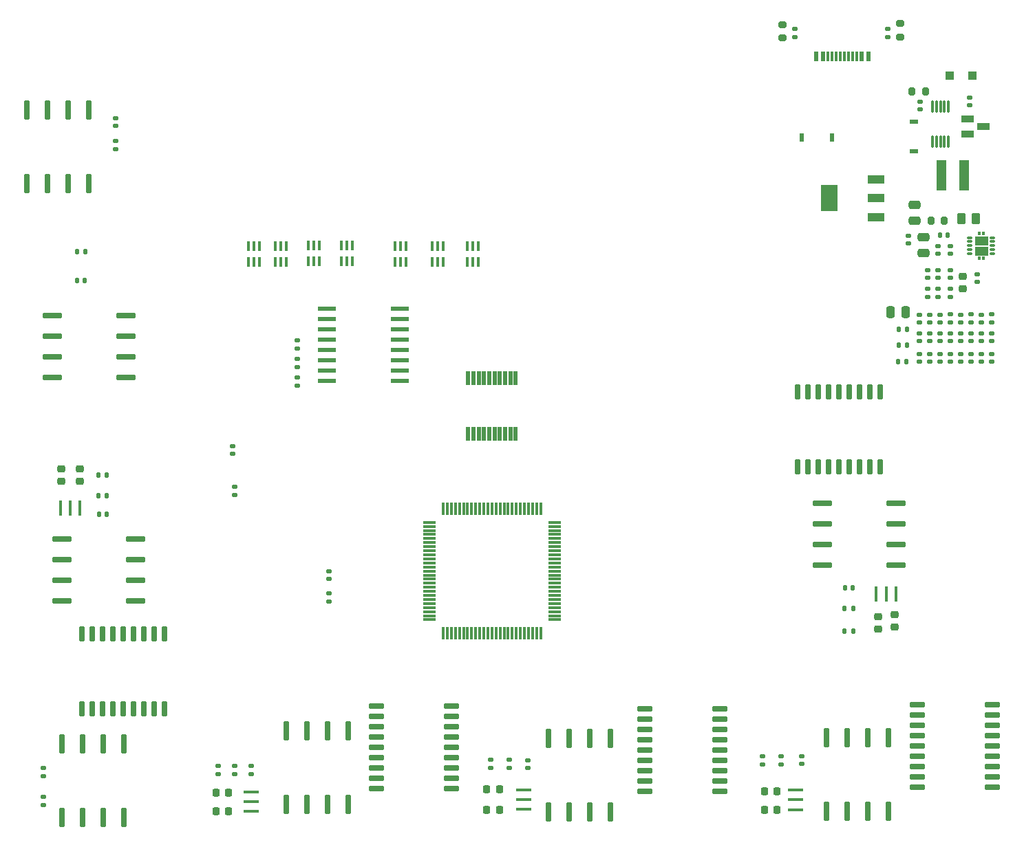
<source format=gbr>
%TF.GenerationSoftware,KiCad,Pcbnew,7.0.7*%
%TF.CreationDate,2024-05-23T09:45:07-07:00*%
%TF.ProjectId,Motor Programmer Rev. 2,4d6f746f-7220-4507-926f-6772616d6d65,rev?*%
%TF.SameCoordinates,Original*%
%TF.FileFunction,Paste,Top*%
%TF.FilePolarity,Positive*%
%FSLAX46Y46*%
G04 Gerber Fmt 4.6, Leading zero omitted, Abs format (unit mm)*
G04 Created by KiCad (PCBNEW 7.0.7) date 2024-05-23 09:45:07*
%MOMM*%
%LPD*%
G01*
G04 APERTURE LIST*
G04 Aperture macros list*
%AMRoundRect*
0 Rectangle with rounded corners*
0 $1 Rounding radius*
0 $2 $3 $4 $5 $6 $7 $8 $9 X,Y pos of 4 corners*
0 Add a 4 corners polygon primitive as box body*
4,1,4,$2,$3,$4,$5,$6,$7,$8,$9,$2,$3,0*
0 Add four circle primitives for the rounded corners*
1,1,$1+$1,$2,$3*
1,1,$1+$1,$4,$5*
1,1,$1+$1,$6,$7*
1,1,$1+$1,$8,$9*
0 Add four rect primitives between the rounded corners*
20,1,$1+$1,$2,$3,$4,$5,0*
20,1,$1+$1,$4,$5,$6,$7,0*
20,1,$1+$1,$6,$7,$8,$9,0*
20,1,$1+$1,$8,$9,$2,$3,0*%
G04 Aperture macros list end*
%ADD10C,0.010000*%
%ADD11RoundRect,0.140000X0.170000X-0.140000X0.170000X0.140000X-0.170000X0.140000X-0.170000X-0.140000X0*%
%ADD12RoundRect,0.050000X0.150000X-0.545000X0.150000X0.545000X-0.150000X0.545000X-0.150000X-0.545000X0*%
%ADD13R,2.150000X1.000000*%
%ADD14R,2.150000X3.250000*%
%ADD15RoundRect,0.135000X-0.135000X-0.185000X0.135000X-0.185000X0.135000X0.185000X-0.135000X0.185000X0*%
%ADD16RoundRect,0.140000X0.140000X0.170000X-0.140000X0.170000X-0.140000X-0.170000X0.140000X-0.170000X0*%
%ADD17RoundRect,0.225000X-0.250000X0.225000X-0.250000X-0.225000X0.250000X-0.225000X0.250000X0.225000X0*%
%ADD18RoundRect,0.200000X-0.200000X-0.275000X0.200000X-0.275000X0.200000X0.275000X-0.200000X0.275000X0*%
%ADD19RoundRect,0.140000X-0.170000X0.140000X-0.170000X-0.140000X0.170000X-0.140000X0.170000X0.140000X0*%
%ADD20RoundRect,0.028800X-0.211200X0.821200X-0.211200X-0.821200X0.211200X-0.821200X0.211200X0.821200X0*%
%ADD21RoundRect,0.075000X-0.880000X-0.225000X0.880000X-0.225000X0.880000X0.225000X-0.880000X0.225000X0*%
%ADD22RoundRect,0.051200X0.268800X-1.118800X0.268800X1.118800X-0.268800X1.118800X-0.268800X-1.118800X0*%
%ADD23RoundRect,0.140000X-0.140000X-0.170000X0.140000X-0.170000X0.140000X0.170000X-0.140000X0.170000X0*%
%ADD24RoundRect,0.225000X0.225000X0.250000X-0.225000X0.250000X-0.225000X-0.250000X0.225000X-0.250000X0*%
%ADD25RoundRect,0.051200X-0.268800X1.118800X-0.268800X-1.118800X0.268800X-1.118800X0.268800X1.118800X0*%
%ADD26RoundRect,0.075000X0.225000X-0.880000X0.225000X0.880000X-0.225000X0.880000X-0.225000X-0.880000X0*%
%ADD27R,1.041400X0.584200*%
%ADD28RoundRect,0.250000X0.250000X0.475000X-0.250000X0.475000X-0.250000X-0.475000X0.250000X-0.475000X0*%
%ADD29R,1.003300X0.990600*%
%ADD30RoundRect,0.035000X-0.105000X0.700000X-0.105000X-0.700000X0.105000X-0.700000X0.105000X0.700000X0*%
%ADD31RoundRect,0.135000X0.135000X0.185000X-0.135000X0.185000X-0.135000X-0.185000X0.135000X-0.185000X0*%
%ADD32R,1.600200X0.863600*%
%ADD33R,1.900000X0.400000*%
%ADD34R,0.400000X1.900000*%
%ADD35RoundRect,0.250000X-0.475000X0.250000X-0.475000X-0.250000X0.475000X-0.250000X0.475000X0.250000X0*%
%ADD36RoundRect,0.135000X-0.185000X0.135000X-0.185000X-0.135000X0.185000X-0.135000X0.185000X0.135000X0*%
%ADD37RoundRect,0.135000X0.185000X-0.135000X0.185000X0.135000X-0.185000X0.135000X-0.185000X-0.135000X0*%
%ADD38R,2.286000X0.558800*%
%ADD39RoundRect,0.225000X0.250000X-0.225000X0.250000X0.225000X-0.250000X0.225000X-0.250000X-0.225000X0*%
%ADD40RoundRect,0.051200X1.118800X0.268800X-1.118800X0.268800X-1.118800X-0.268800X1.118800X-0.268800X0*%
%ADD41RoundRect,0.250000X0.475000X-0.250000X0.475000X0.250000X-0.475000X0.250000X-0.475000X-0.250000X0*%
%ADD42RoundRect,0.250000X-0.262500X-0.450000X0.262500X-0.450000X0.262500X0.450000X-0.262500X0.450000X0*%
%ADD43RoundRect,0.007200X-0.292800X-0.112800X0.292800X-0.112800X0.292800X0.112800X-0.292800X0.112800X0*%
%ADD44RoundRect,0.035000X-0.745000X-0.105000X0.745000X-0.105000X0.745000X0.105000X-0.745000X0.105000X0*%
%ADD45RoundRect,0.035000X0.105000X-0.745000X0.105000X0.745000X-0.105000X0.745000X-0.105000X-0.745000X0*%
%ADD46R,0.600000X1.150000*%
%ADD47R,0.300000X1.150000*%
%ADD48RoundRect,0.200000X0.275000X-0.200000X0.275000X0.200000X-0.275000X0.200000X-0.275000X-0.200000X0*%
%ADD49R,1.193800X3.708400*%
%ADD50R,0.584200X1.041400*%
%ADD51RoundRect,0.075000X-0.225000X0.880000X-0.225000X-0.880000X0.225000X-0.880000X0.225000X0.880000X0*%
%ADD52RoundRect,0.200000X-0.275000X0.200000X-0.275000X-0.200000X0.275000X-0.200000X0.275000X0.200000X0*%
%ADD53RoundRect,0.200000X0.200000X0.275000X-0.200000X0.275000X-0.200000X-0.275000X0.200000X-0.275000X0*%
%ADD54RoundRect,0.051200X-1.118800X-0.268800X1.118800X-0.268800X1.118800X0.268800X-1.118800X0.268800X0*%
G04 APERTURE END LIST*
%TO.C,U12*%
D10*
X204366800Y-61886800D02*
X202866800Y-61886800D01*
X202866800Y-60826800D01*
X204366800Y-60826800D01*
X204366800Y-61886800D01*
G36*
X204366800Y-61886800D02*
G01*
X202866800Y-61886800D01*
X202866800Y-60826800D01*
X204366800Y-60826800D01*
X204366800Y-61886800D01*
G37*
X204366800Y-63146800D02*
X202866800Y-63146800D01*
X202866800Y-62086800D01*
X204366800Y-62086800D01*
X204366800Y-63146800D01*
G36*
X204366800Y-63146800D02*
G01*
X202866800Y-63146800D01*
X202866800Y-62086800D01*
X204366800Y-62086800D01*
X204366800Y-63146800D01*
G37*
X203491800Y-60626800D02*
X203241800Y-60626800D01*
X203241800Y-60286800D01*
X203491800Y-60286800D01*
X203491800Y-60626800D01*
G36*
X203491800Y-60626800D02*
G01*
X203241800Y-60626800D01*
X203241800Y-60286800D01*
X203491800Y-60286800D01*
X203491800Y-60626800D01*
G37*
X203491800Y-63686800D02*
X203241800Y-63686800D01*
X203241800Y-63346800D01*
X203491800Y-63346800D01*
X203491800Y-63686800D01*
G36*
X203491800Y-63686800D02*
G01*
X203241800Y-63686800D01*
X203241800Y-63346800D01*
X203491800Y-63346800D01*
X203491800Y-63686800D01*
G37*
X203991800Y-60626800D02*
X203741800Y-60626800D01*
X203741800Y-60286800D01*
X203991800Y-60286800D01*
X203991800Y-60626800D01*
G36*
X203991800Y-60626800D02*
G01*
X203741800Y-60626800D01*
X203741800Y-60286800D01*
X203991800Y-60286800D01*
X203991800Y-60626800D01*
G37*
X203991800Y-63686800D02*
X203741800Y-63686800D01*
X203741800Y-63346800D01*
X203991800Y-63346800D01*
X203991800Y-63686800D01*
G36*
X203991800Y-63686800D02*
G01*
X203741800Y-63686800D01*
X203741800Y-63346800D01*
X203991800Y-63346800D01*
X203991800Y-63686800D01*
G37*
%TD*%
D11*
%TO.C,C58*%
X204910000Y-76272000D03*
X204910000Y-75312000D03*
%TD*%
%TO.C,C38*%
X198560000Y-73732000D03*
X198560000Y-72772000D03*
%TD*%
D12*
%TO.C,U27*%
X140427800Y-63970800D03*
X141077800Y-63970800D03*
X141727800Y-63970800D03*
X141727800Y-62050800D03*
X141077800Y-62050800D03*
X140427800Y-62050800D03*
%TD*%
D11*
%TO.C,C43*%
X196020000Y-71446000D03*
X196020000Y-70486000D03*
%TD*%
D13*
%TO.C,U3*%
X190713800Y-58452800D03*
X190713800Y-56152800D03*
X190713800Y-53852800D03*
D14*
X184913800Y-56152800D03*
%TD*%
D15*
%TO.C,R22*%
X186835800Y-106633800D03*
X187855800Y-106633800D03*
%TD*%
D16*
%TO.C,C21*%
X199524800Y-60716800D03*
X198564800Y-60716800D03*
%TD*%
D11*
%TO.C,C49*%
X147888000Y-126309000D03*
X147888000Y-125349000D03*
%TD*%
D17*
%TO.C,C37*%
X192933800Y-107382800D03*
X192933800Y-108932800D03*
%TD*%
D18*
%TO.C,R11*%
X197457800Y-58938800D03*
X199107800Y-58938800D03*
%TD*%
D19*
%TO.C,C1*%
X194671800Y-60752800D03*
X194671800Y-61712800D03*
%TD*%
D20*
%TO.C,U8*%
X146358800Y-78277200D03*
X145708800Y-78277200D03*
X145058800Y-78277200D03*
X144408800Y-78277200D03*
X143758800Y-78277200D03*
X143108800Y-78277200D03*
X142458800Y-78277200D03*
X141808800Y-78277200D03*
X141158800Y-78277200D03*
X140508800Y-78277200D03*
X140508800Y-85197200D03*
X141158800Y-85197200D03*
X141808800Y-85197200D03*
X142458800Y-85197200D03*
X143108800Y-85197200D03*
X143758800Y-85197200D03*
X144408800Y-85197200D03*
X145058800Y-85197200D03*
X145708800Y-85197200D03*
X146358800Y-85197200D03*
%TD*%
D21*
%TO.C,U25*%
X162260000Y-118999000D03*
X162260000Y-120269000D03*
X162260000Y-121539000D03*
X162260000Y-122809000D03*
X162260000Y-124079000D03*
X162260000Y-125349000D03*
X162260000Y-126619000D03*
X162260000Y-127889000D03*
X162260000Y-129159000D03*
X171480000Y-129159000D03*
X171480000Y-127889000D03*
X171480000Y-126619000D03*
X171480000Y-125349000D03*
X171480000Y-124079000D03*
X171480000Y-122809000D03*
X171480000Y-121539000D03*
X171480000Y-120269000D03*
X171480000Y-118999000D03*
%TD*%
D22*
%TO.C,U18*%
X86228900Y-54346900D03*
X88768900Y-54346900D03*
X91308900Y-54346900D03*
X93848900Y-54346900D03*
X93848900Y-45276900D03*
X91308900Y-45276900D03*
X88768900Y-45276900D03*
X86228900Y-45276900D03*
%TD*%
D23*
%TO.C,C34*%
X95081400Y-95059200D03*
X96041400Y-95059200D03*
%TD*%
D24*
%TO.C,C46*%
X144345000Y-128905000D03*
X142795000Y-128905000D03*
%TD*%
D25*
%TO.C,U26*%
X158048000Y-122629000D03*
X155508000Y-122629000D03*
X152968000Y-122629000D03*
X150428000Y-122629000D03*
X150428000Y-131699000D03*
X152968000Y-131699000D03*
X155508000Y-131699000D03*
X158048000Y-131699000D03*
%TD*%
D11*
%TO.C,C48*%
X203640000Y-73732000D03*
X203640000Y-72772000D03*
%TD*%
D26*
%TO.C,U21*%
X180995800Y-89213800D03*
X182265800Y-89213800D03*
X183535800Y-89213800D03*
X184805800Y-89213800D03*
X186075800Y-89213800D03*
X187345800Y-89213800D03*
X188615800Y-89213800D03*
X189885800Y-89213800D03*
X191155800Y-89213800D03*
X191155800Y-79993800D03*
X189885800Y-79993800D03*
X188615800Y-79993800D03*
X187345800Y-79993800D03*
X186075800Y-79993800D03*
X184805800Y-79993800D03*
X183535800Y-79993800D03*
X182265800Y-79993800D03*
X180995800Y-79993800D03*
%TD*%
D27*
%TO.C,CR1*%
X195306800Y-50374300D03*
X195306800Y-46691300D03*
%TD*%
D28*
%TO.C,C2*%
X194347600Y-70159800D03*
X192447600Y-70159800D03*
%TD*%
D19*
%TO.C,C6*%
X88274200Y-126328000D03*
X88274200Y-127288000D03*
%TD*%
D11*
%TO.C,C14*%
X201100000Y-73732000D03*
X201100000Y-72772000D03*
%TD*%
D24*
%TO.C,C41*%
X111057600Y-129362200D03*
X109507600Y-129362200D03*
%TD*%
%TO.C,C30*%
X178530800Y-129148200D03*
X176980800Y-129148200D03*
%TD*%
D19*
%TO.C,C12*%
X197290000Y-72800000D03*
X197290000Y-73760000D03*
%TD*%
D29*
%TO.C,LED1*%
X199732650Y-41040000D03*
X202539350Y-41040000D03*
%TD*%
D23*
%TO.C,C10*%
X193508000Y-74268000D03*
X194468000Y-74268000D03*
%TD*%
D11*
%TO.C,C33*%
X199830000Y-71418000D03*
X199830000Y-70458000D03*
%TD*%
D30*
%TO.C,U14*%
X199608800Y-44858800D03*
X199108800Y-44858800D03*
X198608800Y-44858800D03*
X198108800Y-44858800D03*
X197608800Y-44858800D03*
X197608800Y-49158800D03*
X198108800Y-49158800D03*
X198608800Y-49158800D03*
X199108800Y-49158800D03*
X199608800Y-49158800D03*
%TD*%
D11*
%TO.C,C62*%
X198560000Y-76300000D03*
X198560000Y-75340000D03*
%TD*%
%TO.C,C23*%
X196068800Y-45202800D03*
X196068800Y-44242800D03*
%TD*%
D31*
%TO.C,R10*%
X96071400Y-92773200D03*
X95051400Y-92773200D03*
%TD*%
D12*
%TO.C,U28*%
X136109800Y-63970800D03*
X136759800Y-63970800D03*
X137409800Y-63970800D03*
X137409800Y-62050800D03*
X136759800Y-62050800D03*
X136109800Y-62050800D03*
%TD*%
D11*
%TO.C,C61*%
X199806800Y-62974800D03*
X199806800Y-62014800D03*
%TD*%
D31*
%TO.C,R23*%
X187855800Y-109427800D03*
X186835800Y-109427800D03*
%TD*%
D23*
%TO.C,C39*%
X186865800Y-104093800D03*
X187825800Y-104093800D03*
%TD*%
D32*
%TO.C,Q1*%
X201910800Y-46378798D03*
X201910800Y-48278800D03*
X203921800Y-47328799D03*
%TD*%
D33*
%TO.C,Y1*%
X180803800Y-129034200D03*
X180803800Y-130234200D03*
X180803800Y-131434200D03*
%TD*%
D11*
%TO.C,C60*%
X201100000Y-76300000D03*
X201100000Y-75340000D03*
%TD*%
D19*
%TO.C,C22*%
X202164800Y-43734800D03*
X202164800Y-44694800D03*
%TD*%
D11*
%TO.C,C64*%
X204910000Y-71418000D03*
X204910000Y-70458000D03*
%TD*%
D34*
%TO.C,Y2*%
X92767400Y-94310200D03*
X91567400Y-94310200D03*
X90367400Y-94310200D03*
%TD*%
D19*
%TO.C,C28*%
X198560000Y-70486000D03*
X198560000Y-71446000D03*
%TD*%
%TO.C,C40*%
X197290000Y-70486000D03*
X197290000Y-71446000D03*
%TD*%
D15*
%TO.C,R3*%
X92360600Y-62728115D03*
X93380600Y-62728115D03*
%TD*%
D35*
%TO.C,C19*%
X196504800Y-60970800D03*
X196504800Y-62870800D03*
%TD*%
D36*
%TO.C,R1*%
X192131800Y-35322800D03*
X192131800Y-36342800D03*
%TD*%
D37*
%TO.C,R16*%
X123354000Y-105811000D03*
X123354000Y-104791000D03*
%TD*%
D33*
%TO.C,Y5*%
X147380000Y-128975000D03*
X147380000Y-130175000D03*
X147380000Y-131375000D03*
%TD*%
D34*
%TO.C,Y3*%
X190717800Y-104855800D03*
X191917800Y-104855800D03*
X193117800Y-104855800D03*
%TD*%
D38*
%TO.C,U9*%
X132137000Y-78631800D03*
X132137000Y-77361800D03*
X132137000Y-76091800D03*
X132137000Y-74821800D03*
X132137000Y-73551800D03*
X132137000Y-72281800D03*
X132137000Y-71011800D03*
X132137000Y-69741800D03*
X123094600Y-69741800D03*
X123094600Y-71011800D03*
X123094600Y-72281800D03*
X123094600Y-73551800D03*
X123094600Y-74821800D03*
X123094600Y-76091800D03*
X123094600Y-77361800D03*
X123094600Y-78631800D03*
%TD*%
D21*
%TO.C,U23*%
X129256600Y-118694200D03*
X129256600Y-119964200D03*
X129256600Y-121234200D03*
X129256600Y-122504200D03*
X129256600Y-123774200D03*
X129256600Y-125044200D03*
X129256600Y-126314200D03*
X129256600Y-127584200D03*
X129256600Y-128854200D03*
X138476600Y-128854200D03*
X138476600Y-127584200D03*
X138476600Y-126314200D03*
X138476600Y-125044200D03*
X138476600Y-123774200D03*
X138476600Y-122504200D03*
X138476600Y-121234200D03*
X138476600Y-119964200D03*
X138476600Y-118694200D03*
%TD*%
D19*
%TO.C,C45*%
X196020000Y-72772000D03*
X196020000Y-73732000D03*
%TD*%
D11*
%TO.C,C54*%
X203640000Y-76272000D03*
X203640000Y-75312000D03*
%TD*%
D39*
%TO.C,C31*%
X92767400Y-91021200D03*
X92767400Y-89471200D03*
%TD*%
D11*
%TO.C,C57*%
X198282800Y-65966800D03*
X198282800Y-65006800D03*
%TD*%
%TO.C,C16*%
X204910000Y-73760000D03*
X204910000Y-72800000D03*
%TD*%
D19*
%TO.C,C44*%
X113838600Y-126088200D03*
X113838600Y-127048200D03*
%TD*%
D16*
%TO.C,C3*%
X93350600Y-66284115D03*
X92390600Y-66284115D03*
%TD*%
D19*
%TO.C,C51*%
X199830000Y-75340000D03*
X199830000Y-76300000D03*
%TD*%
D36*
%TO.C,R26*%
X145602000Y-125319000D03*
X145602000Y-126339000D03*
%TD*%
D40*
%TO.C,U1*%
X98421600Y-78222115D03*
X98421600Y-75682115D03*
X98421600Y-73142115D03*
X98421600Y-70602115D03*
X89351600Y-70602115D03*
X89351600Y-73142115D03*
X89351600Y-75682115D03*
X89351600Y-78222115D03*
%TD*%
D41*
%TO.C,C24*%
X195433800Y-58880800D03*
X195433800Y-56980800D03*
%TD*%
D11*
%TO.C,C17*%
X203108800Y-66474800D03*
X203108800Y-65514800D03*
%TD*%
D36*
%TO.C,R2*%
X180701800Y-35322800D03*
X180701800Y-36342800D03*
%TD*%
D25*
%TO.C,U2*%
X98180200Y-123317000D03*
X95640200Y-123317000D03*
X93100200Y-123317000D03*
X90560200Y-123317000D03*
X90560200Y-132387000D03*
X93100200Y-132387000D03*
X95640200Y-132387000D03*
X98180200Y-132387000D03*
%TD*%
D37*
%TO.C,R7*%
X176739800Y-125848200D03*
X176739800Y-124828200D03*
%TD*%
D42*
%TO.C,R12*%
X201180300Y-58684800D03*
X203005300Y-58684800D03*
%TD*%
D43*
%TO.C,U12*%
X202216800Y-60986800D03*
X202216800Y-61486800D03*
X202216800Y-61986800D03*
X202216800Y-62486800D03*
X202216800Y-62986800D03*
X205016800Y-62986800D03*
X205016800Y-62486800D03*
X205016800Y-61986800D03*
X205016800Y-61486800D03*
X205016800Y-60986800D03*
%TD*%
D11*
%TO.C,C15*%
X197012800Y-68280800D03*
X197012800Y-67320800D03*
%TD*%
D12*
%TO.C,U33*%
X113503800Y-63970800D03*
X114153800Y-63970800D03*
X114803800Y-63970800D03*
X114803800Y-62050800D03*
X114153800Y-62050800D03*
X113503800Y-62050800D03*
%TD*%
D23*
%TO.C,C18*%
X193425600Y-76281200D03*
X194385600Y-76281200D03*
%TD*%
D44*
%TO.C,U15*%
X135753800Y-96057200D03*
X135753800Y-96557200D03*
X135753800Y-97057200D03*
X135753800Y-97557200D03*
X135753800Y-98057200D03*
X135753800Y-98557200D03*
X135753800Y-99057200D03*
X135753800Y-99557200D03*
X135753800Y-100057200D03*
X135753800Y-100557200D03*
X135753800Y-101057200D03*
X135753800Y-101557200D03*
X135753800Y-102057200D03*
X135753800Y-102557200D03*
X135753800Y-103057200D03*
X135753800Y-103557200D03*
X135753800Y-104057200D03*
X135753800Y-104557200D03*
X135753800Y-105057200D03*
X135753800Y-105557200D03*
X135753800Y-106057200D03*
X135753800Y-106557200D03*
X135753800Y-107057200D03*
X135753800Y-107557200D03*
X135753800Y-108057200D03*
D45*
X137433800Y-109737200D03*
X137933800Y-109737200D03*
X138433800Y-109737200D03*
X138933800Y-109737200D03*
X139433800Y-109737200D03*
X139933800Y-109737200D03*
X140433800Y-109737200D03*
X140933800Y-109737200D03*
X141433800Y-109737200D03*
X141933800Y-109737200D03*
X142433800Y-109737200D03*
X142933800Y-109737200D03*
X143433800Y-109737200D03*
X143933800Y-109737200D03*
X144433800Y-109737200D03*
X144933800Y-109737200D03*
X145433800Y-109737200D03*
X145933800Y-109737200D03*
X146433800Y-109737200D03*
X146933800Y-109737200D03*
X147433800Y-109737200D03*
X147933800Y-109737200D03*
X148433800Y-109737200D03*
X148933800Y-109737200D03*
X149433800Y-109737200D03*
D44*
X151113800Y-108057200D03*
X151113800Y-107557200D03*
X151113800Y-107057200D03*
X151113800Y-106557200D03*
X151113800Y-106057200D03*
X151113800Y-105557200D03*
X151113800Y-105057200D03*
X151113800Y-104557200D03*
X151113800Y-104057200D03*
X151113800Y-103557200D03*
X151113800Y-103057200D03*
X151113800Y-102557200D03*
X151113800Y-102057200D03*
X151113800Y-101557200D03*
X151113800Y-101057200D03*
X151113800Y-100557200D03*
X151113800Y-100057200D03*
X151113800Y-99557200D03*
X151113800Y-99057200D03*
X151113800Y-98557200D03*
X151113800Y-98057200D03*
X151113800Y-97557200D03*
X151113800Y-97057200D03*
X151113800Y-96557200D03*
X151113800Y-96057200D03*
D45*
X149433800Y-94377200D03*
X148933800Y-94377200D03*
X148433800Y-94377200D03*
X147933800Y-94377200D03*
X147433800Y-94377200D03*
X146933800Y-94377200D03*
X146433800Y-94377200D03*
X145933800Y-94377200D03*
X145433800Y-94377200D03*
X144933800Y-94377200D03*
X144433800Y-94377200D03*
X143933800Y-94377200D03*
X143433800Y-94377200D03*
X142933800Y-94377200D03*
X142433800Y-94377200D03*
X141933800Y-94377200D03*
X141433800Y-94377200D03*
X140933800Y-94377200D03*
X140433800Y-94377200D03*
X139933800Y-94377200D03*
X139433800Y-94377200D03*
X138933800Y-94377200D03*
X138433800Y-94377200D03*
X137933800Y-94377200D03*
X137433800Y-94377200D03*
%TD*%
D25*
%TO.C,U24*%
X125776600Y-121742200D03*
X123236600Y-121742200D03*
X120696600Y-121742200D03*
X118156600Y-121742200D03*
X118156600Y-130812200D03*
X120696600Y-130812200D03*
X123236600Y-130812200D03*
X125776600Y-130812200D03*
%TD*%
D46*
%TO.C,J1*%
X183343800Y-38697800D03*
X184143800Y-38697800D03*
D47*
X185293800Y-38697800D03*
X186293800Y-38697800D03*
X186793800Y-38697800D03*
X187793800Y-38697800D03*
D46*
X189743800Y-38697800D03*
X188943800Y-38697800D03*
D47*
X188293800Y-38697800D03*
X187293800Y-38697800D03*
X185793800Y-38697800D03*
X184793800Y-38697800D03*
%TD*%
D37*
%TO.C,R27*%
X143316000Y-126339000D03*
X143316000Y-125319000D03*
%TD*%
D23*
%TO.C,C9*%
X193508000Y-72298000D03*
X194468000Y-72298000D03*
%TD*%
D21*
%TO.C,U17*%
X195751800Y-118480200D03*
X195751800Y-119750200D03*
X195751800Y-121020200D03*
X195751800Y-122290200D03*
X195751800Y-123560200D03*
X195751800Y-124830200D03*
X195751800Y-126100200D03*
X195751800Y-127370200D03*
X195751800Y-128640200D03*
X204971800Y-128640200D03*
X204971800Y-127370200D03*
X204971800Y-126100200D03*
X204971800Y-124830200D03*
X204971800Y-123560200D03*
X204971800Y-122290200D03*
X204971800Y-121020200D03*
X204971800Y-119750200D03*
X204971800Y-118480200D03*
%TD*%
D19*
%TO.C,C50*%
X199830000Y-72800000D03*
X199830000Y-73760000D03*
%TD*%
D12*
%TO.C,U32*%
X120869800Y-63914800D03*
X121519800Y-63914800D03*
X122169800Y-63914800D03*
X122169800Y-61994800D03*
X121519800Y-61994800D03*
X120869800Y-61994800D03*
%TD*%
D19*
%TO.C,C35*%
X201100000Y-70486000D03*
X201100000Y-71446000D03*
%TD*%
D11*
%TO.C,C56*%
X202370000Y-76300000D03*
X202370000Y-75340000D03*
%TD*%
D12*
%TO.C,U29*%
X131537800Y-63970800D03*
X132187800Y-63970800D03*
X132837800Y-63970800D03*
X132837800Y-62050800D03*
X132187800Y-62050800D03*
X131537800Y-62050800D03*
%TD*%
D24*
%TO.C,C47*%
X144345000Y-131445000D03*
X142795000Y-131445000D03*
%TD*%
D11*
%TO.C,C8*%
X181565800Y-125818200D03*
X181565800Y-124858200D03*
%TD*%
D36*
%TO.C,R24*%
X111806600Y-126058200D03*
X111806600Y-127078200D03*
%TD*%
D12*
%TO.C,U31*%
X124933800Y-63914800D03*
X125583800Y-63914800D03*
X126233800Y-63914800D03*
X126233800Y-61994800D03*
X125583800Y-61994800D03*
X124933800Y-61994800D03*
%TD*%
D11*
%TO.C,C52*%
X198282800Y-68280800D03*
X198282800Y-67320800D03*
%TD*%
D37*
%TO.C,R20*%
X119487800Y-74696800D03*
X119487800Y-73676800D03*
%TD*%
D19*
%TO.C,C27*%
X197290000Y-75340000D03*
X197290000Y-76300000D03*
%TD*%
D11*
%TO.C,C11*%
X97150900Y-47215900D03*
X97150900Y-46255900D03*
%TD*%
D37*
%TO.C,R19*%
X119487800Y-79268800D03*
X119487800Y-78248800D03*
%TD*%
D15*
%TO.C,R21*%
X95051400Y-90233200D03*
X96071400Y-90233200D03*
%TD*%
D39*
%TO.C,C32*%
X90481400Y-91021200D03*
X90481400Y-89471200D03*
%TD*%
D17*
%TO.C,C36*%
X190901800Y-107636800D03*
X190901800Y-109186800D03*
%TD*%
D36*
%TO.C,R9*%
X179025800Y-124828200D03*
X179025800Y-125848200D03*
%TD*%
D33*
%TO.C,Y4*%
X113838600Y-129248200D03*
X113838600Y-130448200D03*
X113838600Y-131648200D03*
%TD*%
D11*
%TO.C,C25*%
X123379400Y-103037800D03*
X123379400Y-102077800D03*
%TD*%
D48*
%TO.C,R4*%
X179177800Y-36403800D03*
X179177800Y-34753800D03*
%TD*%
D11*
%TO.C,C55*%
X197012800Y-65938800D03*
X197012800Y-64978800D03*
%TD*%
D19*
%TO.C,C5*%
X202370000Y-70458000D03*
X202370000Y-71418000D03*
%TD*%
D37*
%TO.C,R25*%
X109774600Y-127078200D03*
X109774600Y-126058200D03*
%TD*%
D11*
%TO.C,C53*%
X199806800Y-68280800D03*
X199806800Y-67320800D03*
%TD*%
%TO.C,C26*%
X111548000Y-87616500D03*
X111548000Y-86656500D03*
%TD*%
D49*
%TO.C,L1*%
X201529800Y-53358800D03*
X198735800Y-53358800D03*
%TD*%
D37*
%TO.C,R6*%
X88274200Y-130902000D03*
X88274200Y-129882000D03*
%TD*%
D50*
%TO.C,CR2*%
X185236800Y-48648300D03*
X181553800Y-48648300D03*
%TD*%
D24*
%TO.C,C42*%
X111057600Y-131648200D03*
X109507600Y-131648200D03*
%TD*%
D12*
%TO.C,U30*%
X116805800Y-63970800D03*
X117455800Y-63970800D03*
X118105800Y-63970800D03*
X118105800Y-62050800D03*
X117455800Y-62050800D03*
X116805800Y-62050800D03*
%TD*%
D36*
%TO.C,R17*%
X111802000Y-91706500D03*
X111802000Y-92726500D03*
%TD*%
D51*
%TO.C,U19*%
X103181400Y-109804200D03*
X101911400Y-109804200D03*
X100641400Y-109804200D03*
X99371400Y-109804200D03*
X98101400Y-109804200D03*
X96831400Y-109804200D03*
X95561400Y-109804200D03*
X94291400Y-109804200D03*
X93021400Y-109804200D03*
X93021400Y-119024200D03*
X94291400Y-119024200D03*
X95561400Y-119024200D03*
X96831400Y-119024200D03*
X98101400Y-119024200D03*
X99371400Y-119024200D03*
X100641400Y-119024200D03*
X101911400Y-119024200D03*
X103181400Y-119024200D03*
%TD*%
D19*
%TO.C,C7*%
X202370000Y-72772000D03*
X202370000Y-73732000D03*
%TD*%
D40*
%TO.C,U20*%
X99588400Y-105740200D03*
X99588400Y-103200200D03*
X99588400Y-100660200D03*
X99588400Y-98120200D03*
X90518400Y-98120200D03*
X90518400Y-100660200D03*
X90518400Y-103200200D03*
X90518400Y-105740200D03*
%TD*%
D19*
%TO.C,C29*%
X203640000Y-70486000D03*
X203640000Y-71446000D03*
%TD*%
D24*
%TO.C,C13*%
X178530800Y-131434200D03*
X176980800Y-131434200D03*
%TD*%
D11*
%TO.C,C59*%
X198282800Y-62974800D03*
X198282800Y-62014800D03*
%TD*%
D37*
%TO.C,R18*%
X119487800Y-76982800D03*
X119487800Y-75962800D03*
%TD*%
D52*
%TO.C,R5*%
X193655800Y-34615300D03*
X193655800Y-36265300D03*
%TD*%
D19*
%TO.C,C4*%
X196020000Y-75340000D03*
X196020000Y-76300000D03*
%TD*%
D53*
%TO.C,R13*%
X196745000Y-43010000D03*
X195095000Y-43010000D03*
%TD*%
D54*
%TO.C,U22*%
X184080800Y-93679800D03*
X184080800Y-96219800D03*
X184080800Y-98759800D03*
X184080800Y-101299800D03*
X193150800Y-101299800D03*
X193150800Y-98759800D03*
X193150800Y-96219800D03*
X193150800Y-93679800D03*
%TD*%
D17*
%TO.C,C20*%
X201330800Y-65727800D03*
X201330800Y-67277800D03*
%TD*%
D36*
%TO.C,R8*%
X97150900Y-49047900D03*
X97150900Y-50067900D03*
%TD*%
D25*
%TO.C,U4*%
X192233800Y-122581200D03*
X189693800Y-122581200D03*
X187153800Y-122581200D03*
X184613800Y-122581200D03*
X184613800Y-131651200D03*
X187153800Y-131651200D03*
X189693800Y-131651200D03*
X192233800Y-131651200D03*
%TD*%
D11*
%TO.C,C63*%
X199806800Y-65966800D03*
X199806800Y-65006800D03*
%TD*%
M02*

</source>
